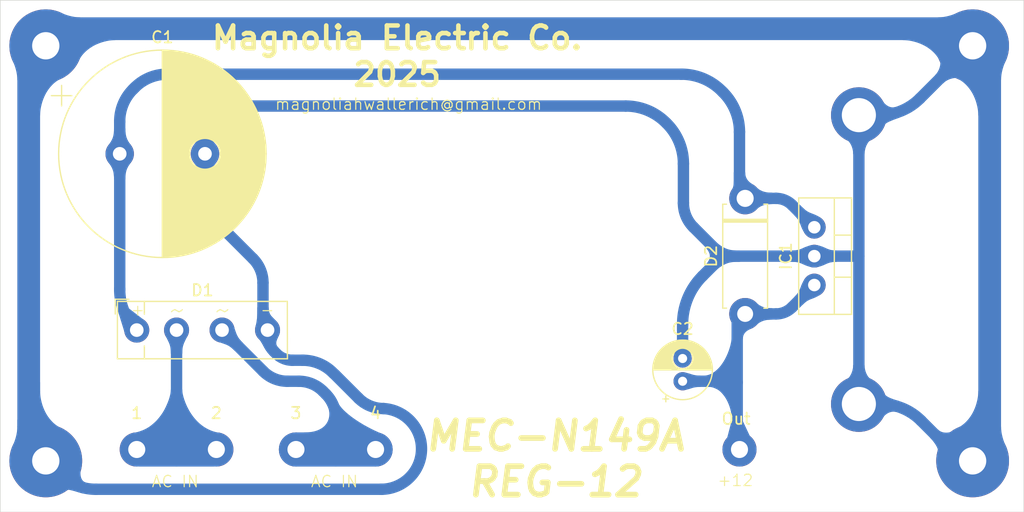
<source format=kicad_pcb>
(kicad_pcb (version 20241229) (generator "pcbnew") (generator_version "9.0")
  (layers (0 "F.Cu" signal) (2 "B.Cu" signal) (13 "F.Paste" user) (15 "B.Paste" user) (5 "F.SilkS" user "F.Silkscreen") (7 "B.SilkS" user "B.Silkscreen") (1 "F.Mask" user) (3 "B.Mask" user) (25 "Edge.Cuts" user))
  (net 0 "")
  (net 1 "Net-(D1-+)")
  (net 2 "Earth")
  (net 3 "Net-(D2-A)")
  (net 4 "Net-(J3-Pin_1)")
  (net 5 "Net-(J5-Pin_1)")
  (footprint "Connector_Wire:SolderWire-2.5sqmm_1x01_D2.4mm_OD4.4mm" (layer "F.Cu") (at 131.7 115.7)
    (property "Reference" "3" (at 0 -3.2 0) (layer "F.SilkS"))
    (property "Value" "Conn_01x01_Socket" (hide yes))
    (pad "1" thru_hole circle (at 0 0) (size 3 3) (drill 1.5) (layers "*.Cu" "*.Mask") (net 5 "Net-(J5-Pin_1)"))
  )
  (footprint "Diode_THT:D_5W_P10.16mm_Horizontal" (layer "F.Cu") (at 171.198 93.62 -90)
    (property "Reference" "D2" (at 5.08 2.998 90) (layer "F.SilkS"))
    (property "Value" "1N4004")
    (pad "1" thru_hole circle (at 0 0 270) (size 2.8 2.8) (drill 1.5) (layers "*.Cu" "*.Mask") (net 1 "Net-(D1-+)"))
    (pad "2" thru_hole oval (at 10.16 0 270) (size 2.8 2.8) (drill 1.4) (layers "*.Cu" "*.Mask") (net 3 "Net-(D2-A)"))
  )
  (footprint "Package_TO_SOT_THT:TO-220-3_Vertical" (layer "F.Cu") (at 177.279632 96.158586 -90)
    (property "Reference" "IC1" (at 2.54 2.5 90) (layer "F.SilkS"))
    (property "Value" "LM7812_TO220")
    (pad "1" thru_hole circle (at 0 0 270) (size 2 2) (drill 1.1) (layers "*.Cu" "*.Mask") (net 1 "Net-(D1-+)"))
    (pad "2" thru_hole circle (at 2.54 0 270) (size 2 2) (drill 1.1) (layers "*.Cu" "*.Mask") (net 2 "Earth"))
    (pad "3" thru_hole circle (at 5.08 0 270) (size 2 2) (drill 1.1) (layers "*.Cu" "*.Mask") (net 3 "Net-(D2-A)"))
  )
  (footprint "Diode_THT:Diode_Bridge_Vishay_KBPM" (layer "F.Cu") (at 117.7 105.2)
    (property "Reference" "D1" (at 5.775 -3.5 0) (layer "F.SilkS"))
    (property "Value" "KBP04G")
    (fp_text user "~" (at 2.8 -0.6 0) (layer "F.SilkS") (effects (font (size 2 2) (thickness 0.1)) (justify left bottom)))
    (fp_text user "+" (at -0.6 -1.2 0) (layer "F.SilkS") (effects (font (thickness 0.1)) (justify left bottom)))
    (fp_text user "-" (at 10.8 -1.2 0) (layer "F.SilkS") (effects (font (thickness 0.1)) (justify left bottom)))
    (fp_text user "~" (at 6.8 -0.6 0) (layer "F.SilkS") (effects (font (size 2 2) (thickness 0.1)) (justify left bottom)))
    (pad "1" thru_hole circle (at 0 0) (size 2.2 2.2) (drill 1.2) (layers "*.Cu" "*.Mask") (net 1 "Net-(D1-+)"))
    (pad "2" thru_hole circle (at 11.5 0) (size 2.2 2.2) (drill 1.2) (layers "*.Cu" "*.Mask") (net 2 "Earth"))
    (pad "3" thru_hole circle (at 3.5 0) (size 2.2 2.2) (drill 1.2) (layers "*.Cu" "*.Mask") (net 4 "Net-(J3-Pin_1)"))
    (pad "4" thru_hole circle (at 7.5 0) (size 2.2 2.2) (drill 1.2) (layers "*.Cu" "*.Mask") (net 5 "Net-(J5-Pin_1)"))
  )
  (footprint "MountingHole:MountingHole_3.2mm_M3_Pad" (layer "F.Cu") (at 109.7 80.2)
    (property "Reference" "REF**" (hide yes))
    (property "Value" "MountingHole_3.2mm_M3_Pad" (hide yes))
    (pad "1" thru_hole circle (at 0 0) (size 6.4 6.4) (drill 2.4) (layers "*.Cu" "*.Mask") (net 2 "Earth"))
  )
  (footprint "Connector_Wire:SolderWire-2.5sqmm_1x01_D2.4mm_OD4.4mm" (layer "F.Cu") (at 170.7 115.7)
    (property "Reference" "Out" (at -0.3 -2.7 0) (layer "F.SilkS"))
    (property "Value" "Conn_01x01_Socket" (hide yes))
    (pad "1" thru_hole circle (at 0 0) (size 3 3) (drill 1.5) (layers "*.Cu" "*.Mask") (net 3 "Net-(D2-A)"))
  )
  (footprint "Connector_Wire:SolderWire-2.5sqmm_1x01_D2.4mm_OD4.4mm" (layer "F.Cu") (at 124.7 115.7)
    (property "Reference" "2" (at 0 -3.2 0) (layer "F.SilkS"))
    (property "Value" "Conn_01x01_Socket" (hide yes))
    (pad "1" thru_hole circle (at 0 0) (size 3 3) (drill 1.5) (layers "*.Cu" "*.Mask") (net 4 "Net-(J3-Pin_1)"))
  )
  (footprint "MountingHole:MountingHole_3.2mm_M3_Pad" (layer "F.Cu") (at 191.2 80.2)
    (property "Reference" "REF**" (hide yes))
    (property "Value" "MountingHole_3.2mm_M3_Pad" (hide yes))
    (pad "1" thru_hole circle (at 0 0) (size 6.4 6.4) (drill 2.4) (layers "*.Cu" "*.Mask") (net 2 "Earth"))
  )
  (footprint "MountingHole:MountingHole_3.2mm_M3_Pad" (layer "F.Cu") (at 191.2 116.7)
    (property "Reference" "REF**" (hide yes))
    (property "Value" "MountingHole_3.2mm_M3_Pad" (hide yes))
    (pad "1" thru_hole circle (at 0 0) (size 6.4 6.4) (drill 2.4) (layers "*.Cu" "*.Mask") (net 2 "Earth"))
  )
  (footprint "Connector_Wire:SolderWire-2.5sqmm_1x01_D2.4mm_OD4.4mm" (layer "F.Cu") (at 138.7 115.7)
    (property "Reference" "4" (at 0 -3.2 0) (layer "F.SilkS"))
    (property "Value" "Conn_01x01_Socket" (hide yes))
    (pad "1" thru_hole circle (at 0 0) (size 3 3) (drill 1.5) (layers "*.Cu" "*.Mask") (net 5 "Net-(J5-Pin_1)"))
  )
  (footprint "Capacitor_THT:CP_Radial_D18.0mm_P7.50mm" (layer "F.Cu") (at 116.2 89.7)
    (property "Reference" "C1" (at 3.75 -10.25 0) (layer "F.SilkS"))
    (property "Value" "2200µF 50V")
    (pad "1" thru_hole circle (at 0 0) (size 2.5 2.5) (drill 1.2) (layers "*.Cu" "*.Mask") (net 1 "Net-(D1-+)"))
    (pad "2" thru_hole circle (at 7.5 0) (size 2.5 2.5) (drill 1.2) (layers "*.Cu" "*.Mask") (net 2 "Earth"))
  )
  (footprint "Connector_Wire:SolderWire-2.5sqmm_1x01_D2.4mm_OD4.4mm" (layer "F.Cu") (at 117.7 115.7)
    (property "Reference" "1" (at 0 -3.2 0) (layer "F.SilkS"))
    (property "Value" "Conn_01x01_Socket" (hide yes))
    (pad "1" thru_hole circle (at 0 0) (size 3 3) (drill 1.5) (layers "*.Cu" "*.Mask") (net 4 "Net-(J3-Pin_1)"))
  )
  (footprint "Heatsink:Heatsink_Fischer_SK104-STCB_35x13mm__2xDrill3.5mm_ScrewM3" (layer "F.Cu") (at 181.198 98.999586 -90)
    (property "Reference" "Heatsink" (hide yes))
    (property "Value" "Heatsink 35x13mm")
    (pad "1" thru_hole circle (at -12.7 0 90) (size 4.9 4.9) (drill 3) (layers "*.Cu" "*.Mask") (net 2 "Earth"))
    (pad "1" thru_hole circle (at 12.7 0 270) (size 4.9 4.9) (drill 3) (layers "*.Cu" "*.Mask") (net 2 "Earth"))
  )
  (footprint "MountingHole:MountingHole_3.2mm_M3_Pad" (layer "F.Cu") (at 109.7 116.7)
    (property "Reference" "REF**" (hide yes))
    (property "Value" "MountingHole_3.2mm_M3_Pad" (hide yes))
    (pad "1" thru_hole circle (at 0 0) (size 6.4 6.4) (drill 2.4) (layers "*.Cu" "*.Mask") (net 2 "Earth"))
  )
  (footprint "Capacitor_THT:CP_Radial_D5.0mm_P2.00mm" (layer "F.Cu") (at 165.698 109.7 90)
    (property "Reference" "C2" (at 4.6 0 180) (layer "F.SilkS"))
    (property "Value" "22µF 50V")
    (pad "1" thru_hole circle (at 0 0 90) (size 1.6 1.6) (drill 0.8) (layers "*.Cu" "*.Mask") (net 3 "Net-(D2-A)"))
    (pad "2" thru_hole circle (at 2 0 90) (size 1.6 1.6) (drill 0.8) (layers "*.Cu" "*.Mask") (net 2 "Earth"))
  )
  (gr_curve (pts (xy 167.7 109.3) (xy 169.3 109.1) (xy 170.1 106.7) (xy 170.1 105.9)) (stroke (width 0.2)) (layer "B.Cu") (net 3))
  (gr_curve (pts (xy 125.1 114.353879) (xy 122.5 114.053879) (xy 121.6 111.203879) (xy 121.6 110.453879)) (stroke (width 0.2)) (layer "B.Cu") (net 4))
  (gr_curve (pts (xy 188.5 81.7) (xy 187.8 80) (xy 185.9 79.6) (xy 185.1 79.6)) (stroke (width 0.2)) (layer "B.Cu") (net 2))
  (gr_curve (pts (xy 121.2 109.7) (xy 121.7 110.7) (xy 121.2 110.7) (xy 121.2 110.7)) (stroke (width 0.2)) (layer "B.Cu") (net 4))
  (gr_curve (pts (xy 189.7 82.9) (xy 191.4 83.6) (xy 191.8 85.5) (xy 191.8 86.3)) (stroke (width 0.2)) (layer "B.Cu") (net 2))
  (gr_curve (pts (xy 121.45 109.7) (xy 121.2 108.95) (xy 121.2 108.95) (xy 121.2 108.95)) (stroke (width 0.2)) (layer "B.Cu") (net 4))
  (gr_poly (pts (xy 168.136896 109.364053) (xy 169.251531 108.364053) (xy 169.546366 107.941957) (xy 169.836896 107.264053) (xy 169.936896 106.864053) (xy 170.036896 106.864053) (xy 170.036896 109.364053)) (stroke (width 0.2)) (fill yes) (layer "B.Cu") (net 3))
  (gr_poly (pts (xy 188.2 81) (xy 187.5 80.385365) (xy 187.077904 80.09053) (xy 186.4 79.8) (xy 186 79.7) (xy 186 79.6) (xy 188.2 79.6)) (stroke (width 0.2)) (fill yes) (layer "B.Cu") (net 2))
  (gr_curve (pts (xy 109.1 110.6) (xy 109.1 109.8) (xy 109.1 109.8) (xy 109.1 109.8)) (stroke (width 0.2)) (layer "B.Cu") (net 2))
  (gr_curve (pts (xy 194.1 115.6) (xy 193.8 115) (xy 193.6 114.3) (xy 193.6 113.7)) (stroke (width 0.2)) (layer "B.Cu") (net 2))
  (gr_curve (pts (xy 189.7 114) (xy 191.4 113.3) (xy 191.8 111.4) (xy 191.8 110.6)) (stroke (width 0.2)) (layer "B.Cu") (net 2))
  (gr_curve (pts (xy 194.1 81.3) (xy 193.8 81.9) (xy 193.6 82.6) (xy 193.6 83.2)) (stroke (width 0.2)) (layer "B.Cu") (net 2))
  (gr_curve (pts (xy 111.2 114) (xy 109.5 113.3) (xy 109.1 111.4) (xy 109.1 110.6)) (stroke (width 0.2)) (layer "B.Cu") (net 2))
  (gr_curve (pts (xy 168.1 97.1) (xy 169.3 98.3) (xy 169.9 98.3) (xy 170.7 98.3)) (stroke (width 0.2)) (layer "B.Cu") (net 2))
  (gr_curve (pts (xy 106.8 115.6) (xy 107.1 115) (xy 107.3 114.3) (xy 107.3 113.7)) (stroke (width 0.2)) (layer "B.Cu") (net 2))
  (gr_curve (pts (xy 170.7 98.3) (xy 171.5 98.3) (xy 171.7 98.7) (xy 171.7 98.7)) (stroke (width 0.2)) (layer "B.Cu") (net 2))
  (gr_curve (pts (xy 110.8 77.3) (xy 111.4 77.6) (xy 112.1 77.8) (xy 112.7 77.8)) (stroke (width 0.2)) (layer "B.Cu") (net 2))
  (gr_curve (pts (xy 117.3 114.353879) (xy 119.9 114.053879) (xy 120.8 111.203879) (xy 120.8 110.453879)) (stroke (width 0.2)) (layer "B.Cu") (net 4))
  (gr_poly (pts (xy 168.3 110.1) (xy 169 110.4) (xy 169.6 111.1) (xy 170 111.9) (xy 170.1 112.469249) (xy 170.1 111.6) (xy 170.1 110.1)) (stroke (width 0.2)) (fill yes) (layer "B.Cu") (net 3))
  (gr_poly (pts (xy 133.429187 114.226636) (xy 133.856017 114.08436) (xy 134.523572 113.532514) (xy 134.723572 113.132514) (xy 135.323572 112.132514) (xy 135.923572 112.532514) (xy 136.723572 113.132514) (xy 138.550958 114.212833)) (stroke (width 0.2)) (fill yes) (layer "B.Cu") (net 5))
  (gr_curve (pts (xy 112.4 81.7) (xy 113.1 80) (xy 115 79.6) (xy 115.8 79.6)) (stroke (width 0.2)) (layer "B.Cu") (net 2))
  (gr_poly (pts (xy 167.95 97.95) (xy 168.2 98.45) (xy 168.2 99.2) (xy 167.95 99.45) (xy 168.2 99.7) (xy 169.2 98.7) (xy 168.2 97.95)) (stroke (width 0.2)) (fill yes) (layer "B.Cu") (net 2))
  (gr_poly (pts (xy 190.4 83.2) (xy 191.014635 83.9) (xy 191.30947 84.322096) (xy 191.6 85) (xy 191.7 85.4) (xy 191.8 85.4) (xy 191.8 83.2)) (stroke (width 0.2)) (fill yes) (layer "B.Cu") (net 2))
  (gr_curve (pts (xy 190.1 77.3) (xy 189.5 77.6) (xy 188.8 77.8) (xy 188.2 77.8)) (stroke (width 0.2)) (layer "B.Cu") (net 2))
  (gr_curve (pts (xy 168.085365 110.1) (xy 169.5 110.2) (xy 170.1 112.1) (xy 170.1 112.8)) (stroke (width 0.2)) (layer "B.Cu") (net 3))
  (gr_curve (pts (xy 106.8 81.3) (xy 107.1 81.9) (xy 107.3 82.6) (xy 107.3 83.2)) (stroke (width 0.2)) (layer "B.Cu") (net 2))
  (gr_curve (pts (xy 166.698 96.7) (xy 168.698 98.7) (xy 168.698 98.698586) (xy 166.698 100.7)) (stroke (width 0.2)) (layer "B.Cu") (net 2))
  (gr_curve (pts (xy 132.404364 114.3) (xy 134.3 114.32071) (xy 134.9 113.22071) (xy 134.7 112.2)) (stroke (width 0.2)) (layer "B.Cu") (net 5))
  (gr_curve (pts (xy 111.2 82.9) (xy 109.5 83.6) (xy 109.1 85.5) (xy 109.1 86.3)) (stroke (width 0.2)) (layer "B.Cu") (net 2))
  (gr_poly (pts (xy 190.4 113.7) (xy 191.014635 113) (xy 191.30947 112.577904) (xy 191.6 111.9) (xy 191.7 111.5) (xy 191.8 111.5) (xy 191.8 113.7)) (stroke (width 0.2)) (fill yes) (layer "B.Cu") (net 2))
  (gr_poly (pts (xy 112.7 81) (xy 113.4 80.385365) (xy 113.822096 80.09053) (xy 114.5 79.8) (xy 114.9 79.7) (xy 114.9 79.6) (xy 112.7 79.6)) (stroke (width 0.2)) (fill yes) (layer "B.Cu") (net 2))
  (gr_poly (pts (xy 110.5 83.2) (xy 109.885365 83.9) (xy 109.59053 84.322096) (xy 109.3 85) (xy 109.2 85.4) (xy 109.1 85.4) (xy 109.1 83.2)) (stroke (width 0.2)) (fill yes) (layer "B.Cu") (net 2))
  (gr_curve (pts (xy 107.3 113.7) (xy 107.3 113.1) (xy 107.3 113.1) (xy 107.3 113.1)) (stroke (width 0.2)) (layer "B.Cu") (net 2))
  (gr_curve (pts (xy 139.2 114.4) (xy 137.5 113.704) (xy 135.7 112.504) (xy 135.3 111.6)) (stroke (width 0.2)) (layer "B.Cu") (net 5))
  (gr_poly (pts (xy 117.6 114.353879) (xy 118.7 113.953879) (xy 119.528905 113.243389) (xy 120.149358 112.467822) (xy 120.6 111.453879) (xy 120.7 111.153879) (xy 121.69375 111.153879) (xy 121.994274 112.028131) (xy 122.267984 112.502561) (xy 122.689636 113.053879) (xy 123.3 113.7) (xy 124.1 114.153879) (xy 124.6 114.353879)) (stroke (width 0.2)) (fill yes) (layer "B.Cu") (net 4))
  (gr_poly (pts (xy 110.5 113.7) (xy 109.885365 113) (xy 109.59053 112.577904) (xy 109.3 111.9) (xy 109.2 111.5) (xy 109.1 111.5) (xy 109.1 113.7)) (stroke (width 0.2)) (fill yes) (layer "B.Cu") (net 2))
  (gr_curve (pts (xy 168.1 100.3) (xy 169.3 99.1) (xy 169.9 99.1) (xy 170.7 99.1)) (stroke (width 0.2)) (layer "B.Cu") (net 2))
  (gr_rect (start 105.7 76.2) (end 195.7 121.2) (stroke (width 0.05)) (fill no) (layer "Edge.Cuts"))
  (gr_text "magnoliahwallerich@gmail.com" (at 141.6 85.916 0) (layer "F.SilkS") (effects (font (size 1 1) (thickness 0.1)) (justify bottom)))
  (gr_text "+12" (at 168.7 119 0) (layer "F.SilkS") (effects (font (size 1 1) (thickness 0.1)) (justify left bottom)))
  (gr_text "AC IN\n" (at 118.95 119.1 0) (layer "F.SilkS") (effects (font (size 1 1) (thickness 0.1)) (justify left bottom)))
  (gr_text "MEC-N149A\nREG-12" (at 154.5 120 0) (layer "F.SilkS") (effects (font (size 2.5 2.5) (thickness 0.5) (bold yes) (italic yes)) (justify bottom)))
  (gr_text "Magnolia Electric Co.\n2025" (at 140.6 83.9 0) (layer "F.SilkS") (effects (font (size 2 2) (thickness 0.4) (bold yes)) (justify bottom)))
  (gr_text "AC IN\n" (at 132.95 119.1 0) (layer "F.SilkS") (effects (font (size 1 1) (thickness 0.1)) (justify left bottom)))
  (segment (start 116.2 89.7) (end 116.2 86.856854) (width 1) (layer "B.Cu") (net 1))
  (segment (start 116.202068 101.627044) (end 116.2 101.629112) (width 1) (layer "B.Cu") (net 1))
  (segment (start 117.664466 105.164466) (end 117.7 105.2) (width 1) (layer "B.Cu") (net 1))
  (segment (start 170.7 87.77788) (end 170.7 93.122) (width 1) (layer "B.Cu") (net 1))
  (segment (start 116.2 89.7) (end 116.202068 89.702068) (width 1) (layer "B.Cu") (net 1))
  (segment (start 116.202068 89.702068) (end 116.202068 101.627044) (width 1) (layer "B.Cu") (net 1))
  (segment (start 173.909791 93.62) (end 173.911205 93.618586) (width 0.2) (layer "B.Cu") (net 1))
  (segment (start 171.198 93.62) (end 173.909791 93.62) (width 1) (layer "B.Cu") (net 1))
  (segment (start 120.356854 82.7) (end 165.593398 82.7) (width 1) (layer "B.Cu") (net 1))
  (segment (start 170.7 93.122) (end 171.198 93.62) (width 1) (layer "B.Cu") (net 1))
  (segment (start 117.371573 84.028427) (end 117.528427 83.871573) (width 1) (layer "B.Cu") (net 1))
  (segment (start 175.325419 94.204373) (end 177.279632 96.158586) (width 1) (layer "B.Cu") (net 1))
  (segment (start 169.2 84.235534) (end 169.255758 84.29129) (width 1) (layer "B.Cu") (net 1))
  (arc (start 117.528427 83.871573) (mid 118.82612 83.004482) (end 120.356854 82.7) (width 1) (layer "B.Cu") (net 1))
  (arc (start 175.325419 94.204373) (mid 174.676572 93.770827) (end 173.911205 93.618586) (width 1) (layer "B.Cu") (net 1))
  (arc (start 116.2 86.856854) (mid 116.504482 85.32612) (end 117.371573 84.028427) (width 1) (layer "B.Cu") (net 1))
  (arc (start 169.255758 84.29129) (mid 170.324652 85.890942) (end 170.7 87.77788) (width 1) (layer "B.Cu") (net 1))
  (arc (start 165.593398 82.7) (mid 167.506815 83.080602) (end 169.128932 84.164466) (width 1) (layer "B.Cu") (net 1))
  (arc (start 116.2 101.629112) (mid 116.580588 103.542407) (end 117.664466 105.164466) (width 1) (layer "B.Cu") (net 1))
  (segment (start 181.198 98.699586) (end 181.198 86.299586) (width 1) (layer "B.Cu") (net 2))
  (segment (start 131.381458 107.853031) (end 132.300012 107.853031) (width 1) (layer "B.Cu") (net 2))
  (segment (start 110.845298 117.845298) (end 109.7 116.7) (width 1) (layer "B.Cu") (net 2))
  (segment (start 181.2 111.699586) (end 183.128518 111.699586) (width 1) (layer "B.Cu") (net 2))
  (segment (start 128.8 104.8) (end 129.2 105.2) (width 0.2) (layer "B.Cu") (net 2))
  (segment (start 177.279632 98.698586) (end 181.197 98.698586) (width 1) (layer "B.Cu") (net 2))
  (segment (start 186.56488 84.83512) (end 191.2 80.2) (width 1) (layer "B.Cu") (net 2))
  (segment (start 165.698 104.685281) (end 165.698 107.7) (width 1) (layer "B.Cu") (net 2))
  (segment (start 125.164466 96.164466) (end 127.921321 98.921321) (width 1) (layer "B.Cu") (net 2))
  (segment (start 177.279632 98.698586) (end 169.199414 98.698586) (width 1) (layer "B.Cu") (net 2))
  (segment (start 123.7 89.235534) (end 123.7 89.7) (width 1) (layer "B.Cu") (net 2))
  (segment (start 123.7 89.7) (end 123.7 92.628932) (width 1) (layer "B.Cu") (net 2))
  (segment (start 128.8 101.042641) (end 128.8 104.8) (width 1) (layer "B.Cu") (net 2))
  (segment (start 169.199414 98.698586) (end 169.196586 98.701414) (width 0.2) (layer "B.Cu") (net 2))
  (segment (start 125.928427 85.5) (end 160.700032 85.5) (width 1) (layer "B.Cu") (net 2))
  (segment (start 123.7 89.7) (end 123.7 87.728427) (width 1) (layer "B.Cu") (net 2))
  (segment (start 108.2 80.2) (end 108.2 116.7) (width 2) (layer "B.Cu") (net 2))
  (segment (start 135.112785 109.101513) (end 137.199997 111.188725) (width 1) (layer "B.Cu") (net 2))
  (segment (start 191.2 78.7) (end 109.7 78.7) (width 2) (layer "B.Cu") (net 2))
  (segment (start 129.2 105.2) (end 129.2 105.671573) (width 1) (layer "B.Cu") (net 2))
  (segment (start 169.196586 98.698586) (end 166.649779 96.151779) (width 1) (layer "B.Cu") (net 2))
  (segment (start 192.7 80.2) (end 192.7 116.7) (width 2) (layer "B.Cu") (net 2))
  (segment (start 181.198 86.299586) (end 183.029346 86.299586) (width 1) (layer "B.Cu") (net 2))
  (segment (start 190.2 116.7) (end 191.2 116.7) (width 1) (layer "B.Cu") (net 2))
  (segment (start 169.196586 98.701414) (end 167.455359 100.442641) (width 1) (layer "B.Cu") (net 2))
  (segment (start 139.24252 119.199951) (end 114.11572 119.199951) (width 1) (layer "B.Cu") (net 2))
  (segment (start 129.785787 107.085787) (end 129.967245 107.267245) (width 1) (layer "B.Cu") (net 2))
  (segment (start 124.285787 86.314213) (end 124.514214 86.085786) (width 1) (layer "B.Cu") (net 2))
  (segment (start 135.112785 109.088584) (end 135.112785 109.101513) (width 0.2) (layer "B.Cu") (net 2))
  (segment (start 165.7711 94.030459) (end 165.7711 90.571068) (width 1) (layer "B.Cu") (net 2))
  (segment (start 129.2 105.2) (end 129.2 105.471573) (width 1) (layer "B.Cu") (net 2))
  (segment (start 186.664052 113.164052) (end 190.2 116.7) (width 1) (layer "B.Cu") (net 2))
  (segment (start 181.198 98.699586) (end 181.198 111.699586) (width 1) (layer "B.Cu") (net 2))
  (segment (start 169.196586 98.698586) (end 169.196586 98.701414) (width 0.2) (layer "B.Cu") (net 2))
  (segment (start 181.197 98.698586) (end 181.198 98.699586) (width 0.2) (layer "B.Cu") (net 2))
  (arc (start 186.56488 84.83512) (mid 184.942763 85.918984) (end 183.029346 86.299586) (width 1) (layer "B.Cu") (net 2))
  (arc (start 164.235566 86.964466) (mid 162.613449 85.880602) (end 160.700032 85.5) (width 1) (layer "B.Cu") (net 2))
  (arc (start 165.698 104.685281) (mid 166.154723 102.389181) (end 167.455359 100.442641) (width 1) (layer "B.Cu") (net 2))
  (arc (start 124.514214 86.085786) (mid 125.16306 85.652241) (end 125.928427 85.5) (width 1) (layer "B.Cu") (net 2))
  (arc (start 129.785787 107.085787) (mid 129.352241 106.43694) (end 129.2 105.671573) (width 1) (layer "B.Cu") (net 2))
  (arc (start 123.7 87.728427) (mid 123.852241 86.96306) (end 124.285787 86.314213) (width 1) (layer "B.Cu") (net 2))
  (arc (start 123.7 92.628932) (mid 124.080602 94.542349) (end 125.164466 96.164466) (width 1) (layer "B.Cu") (net 2))
  (arc (start 186.664052 113.164052) (mid 185.041935 112.080188) (end 183.128518 111.699586) (width 1) (layer "B.Cu") (net 2))
  (arc (start 137.199997 111.188725) (mid 138.209371 111.863167) (end 139.4 112.1) (width 1) (layer "B.Cu") (net 2))
  (arc (start 132.300012 107.853031) (mid 133.766494 108.15193) (end 134.999018 109.000946) (width 1) (layer "B.Cu") (net 2))
  (arc (start 166.649779 96.151779) (mid 165.999461 95.178509) (end 165.7711 94.030459) (width 1) (layer "B.Cu") (net 2))
  (arc (start 114.11572 119.199951) (mid 112.34578 118.847888) (end 110.845298 117.845298) (width 1) (layer "B.Cu") (net 2))
  (arc (start 128.8 101.042641) (mid 128.571639 99.894591) (end 127.921321 98.921321) (width 1) (layer "B.Cu") (net 2))
  (arc (start 129.967245 107.267245) (mid 130.616091 107.70079) (end 131.381458 107.853031) (width 1) (layer "B.Cu") (net 2))
  (arc (start 139.4 112.1) (mid 142.736535 115.753298) (end 139.185621 119.198594) (width 1) (layer "B.Cu") (net 2))
  (arc (start 165.7711 90.571068) (mid 165.390498 88.657651) (end 164.306634 87.035534) (width 1) (layer "B.Cu") (net 2))
  (segment (start 173.279632 103.778586) (end 173.911205 103.778586) (width 1) (layer "B.Cu") (net 3))
  (segment (start 173.278218 103.78) (end 173.279632 103.778586) (width 0.2) (layer "B.Cu") (net 3))
  (segment (start 171.198 103.78) (end 171.198 103.802) (width 0.2) (layer "B.Cu") (net 3))
  (segment (start 170.5 104.5) (end 170.5 109.8) (width 1) (layer "B.Cu") (net 3))
  (segment (start 170.5 115.5) (end 170.7 115.7) (width 0.2) (layer "B.Cu") (net 3))
  (segment (start 171.198 103.78) (end 171.198 103.781) (width 0.2) (layer "B.Cu") (net 3))
  (segment (start 171.198 103.78) (end 170.7 104.278) (width 0.2) (layer "B.Cu") (net 3))
  (segment (start 175.325419 103.192799) (end 177.279632 101.238586) (width 1) (layer "B.Cu") (net 3))
  (segment (start 170.5 109.8) (end 170.5 115.5) (width 1) (layer "B.Cu") (net 3))
  (segment (start 171.198 103.781) (end 170.7 104.279) (width 0.2) (layer "B.Cu") (net 3))
  (segment (start 171.198 103.802) (end 170.5 104.5) (width 0.2) (layer "B.Cu") (net 3))
  (segment (start 170.7 104.278) (end 170.7 104.279) (width 0.2) (layer "B.Cu") (net 3))
  (segment (start 165.698 109.7) (end 170.4 109.7) (width 1) (layer "B.Cu") (net 3))
  (segment (start 171.198 103.78) (end 173.278218 103.78) (width 1) (layer "B.Cu") (net 3))
  (segment (start 170.4 109.7) (end 170.5 109.8) (width 0.2) (layer "B.Cu") (net 3))
  (arc (start 175.325419 103.192799) (mid 174.676572 103.626345) (end 173.911205 103.778586) (width 1) (layer "B.Cu") (net 3))
  (segment (start 121.2 115.7) (end 124.45 115.7) (width 3) (layer "B.Cu") (net 4))
  (segment (start 121.2 105.2) (end 121.2 115.7) (width 1) (layer "B.Cu") (net 4))
  (segment (start 117.95 115.7) (end 121.2 115.7) (width 3) (layer "B.Cu") (net 4))
  (segment (start 128.821321 108.821321) (end 125.2 105.2) (width 1) (layer "B.Cu") (net 5))
  (segment (start 131.957359 109.7) (end 130.942641 109.7) (width 1) (layer "B.Cu") (net 5))
  (segment (start 135.2 115.7) (end 138.7 115.7) (width 3) (layer "B.Cu") (net 5))
  (segment (start 134.32132 110.82132) (end 134.078679 110.578679) (width 1) (layer "B.Cu") (net 5))
  (segment (start 135.2 115.7) (end 135.2 112.942641) (width 1) (layer "B.Cu") (net 5))
  (segment (start 131.7 115.7) (end 135.2 115.7) (width 3) (layer "B.Cu") (net 5))
  (segment (start 131.7 114.304) (end 138.7 114.304) (width 0.2) (layer "B.Cu") (net 5))
  (arc (start 130.942641 109.7) (mid 129.794591 109.471639) (end 128.821321 108.821321) (width 1) (layer "B.Cu") (net 5))
  (arc (start 131.957359 109.7) (mid 133.105409 109.928361) (end 134.078679 110.578679) (width 1) (layer "B.Cu") (net 5))
  (arc (start 135.2 112.942641) (mid 134.971638 111.79459) (end 134.32132 110.82132) (width 1) (layer "B.Cu") (net 5))
)
</source>
